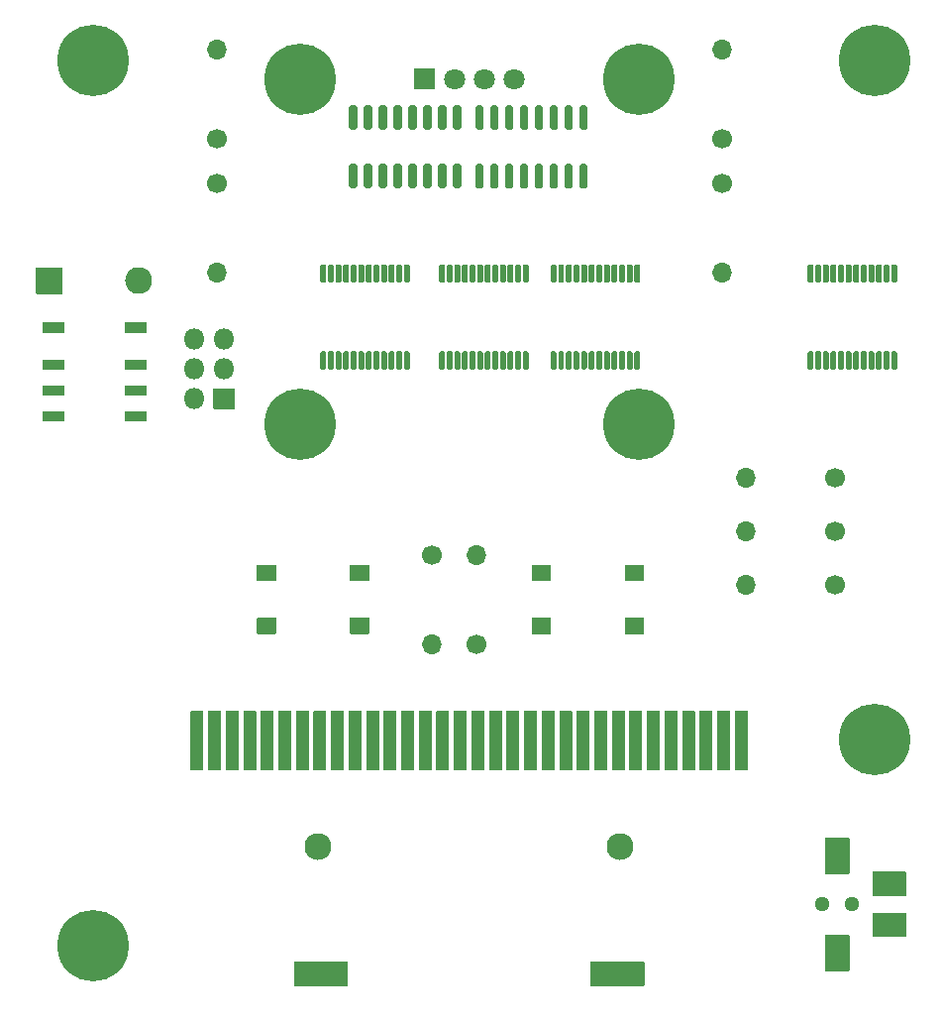
<source format=gbr>
%TF.GenerationSoftware,KiCad,Pcbnew,(5.1.7)-1*%
%TF.CreationDate,2021-08-17T05:12:29+02:00*%
%TF.ProjectId,dumper,64756d70-6572-42e6-9b69-6361645f7063,rev?*%
%TF.SameCoordinates,Original*%
%TF.FileFunction,Soldermask,Top*%
%TF.FilePolarity,Negative*%
%FSLAX46Y46*%
G04 Gerber Fmt 4.6, Leading zero omitted, Abs format (unit mm)*
G04 Created by KiCad (PCBNEW (5.1.7)-1) date 2021-08-17 05:12:29*
%MOMM*%
%LPD*%
G01*
G04 APERTURE LIST*
%ADD10C,6.100000*%
%ADD11C,1.800000*%
%ADD12O,2.300000X2.300000*%
%ADD13C,2.300000*%
%ADD14O,1.300000X1.300000*%
%ADD15O,1.700000X1.700000*%
%ADD16C,1.700000*%
%ADD17O,1.800000X1.800000*%
G04 APERTURE END LIST*
%TO.C,U6*%
G36*
G01*
X203856000Y-84205000D02*
X204106000Y-84205000D01*
G75*
G02*
X204231000Y-84330000I0J-125000D01*
G01*
X204231000Y-85655000D01*
G75*
G02*
X204106000Y-85780000I-125000J0D01*
G01*
X203856000Y-85780000D01*
G75*
G02*
X203731000Y-85655000I0J125000D01*
G01*
X203731000Y-84330000D01*
G75*
G02*
X203856000Y-84205000I125000J0D01*
G01*
G37*
G36*
G01*
X203206000Y-84205000D02*
X203456000Y-84205000D01*
G75*
G02*
X203581000Y-84330000I0J-125000D01*
G01*
X203581000Y-85655000D01*
G75*
G02*
X203456000Y-85780000I-125000J0D01*
G01*
X203206000Y-85780000D01*
G75*
G02*
X203081000Y-85655000I0J125000D01*
G01*
X203081000Y-84330000D01*
G75*
G02*
X203206000Y-84205000I125000J0D01*
G01*
G37*
G36*
G01*
X202556000Y-84205000D02*
X202806000Y-84205000D01*
G75*
G02*
X202931000Y-84330000I0J-125000D01*
G01*
X202931000Y-85655000D01*
G75*
G02*
X202806000Y-85780000I-125000J0D01*
G01*
X202556000Y-85780000D01*
G75*
G02*
X202431000Y-85655000I0J125000D01*
G01*
X202431000Y-84330000D01*
G75*
G02*
X202556000Y-84205000I125000J0D01*
G01*
G37*
G36*
G01*
X201906000Y-84205000D02*
X202156000Y-84205000D01*
G75*
G02*
X202281000Y-84330000I0J-125000D01*
G01*
X202281000Y-85655000D01*
G75*
G02*
X202156000Y-85780000I-125000J0D01*
G01*
X201906000Y-85780000D01*
G75*
G02*
X201781000Y-85655000I0J125000D01*
G01*
X201781000Y-84330000D01*
G75*
G02*
X201906000Y-84205000I125000J0D01*
G01*
G37*
G36*
G01*
X201256000Y-84205000D02*
X201506000Y-84205000D01*
G75*
G02*
X201631000Y-84330000I0J-125000D01*
G01*
X201631000Y-85655000D01*
G75*
G02*
X201506000Y-85780000I-125000J0D01*
G01*
X201256000Y-85780000D01*
G75*
G02*
X201131000Y-85655000I0J125000D01*
G01*
X201131000Y-84330000D01*
G75*
G02*
X201256000Y-84205000I125000J0D01*
G01*
G37*
G36*
G01*
X200606000Y-84205000D02*
X200856000Y-84205000D01*
G75*
G02*
X200981000Y-84330000I0J-125000D01*
G01*
X200981000Y-85655000D01*
G75*
G02*
X200856000Y-85780000I-125000J0D01*
G01*
X200606000Y-85780000D01*
G75*
G02*
X200481000Y-85655000I0J125000D01*
G01*
X200481000Y-84330000D01*
G75*
G02*
X200606000Y-84205000I125000J0D01*
G01*
G37*
G36*
G01*
X199956000Y-84205000D02*
X200206000Y-84205000D01*
G75*
G02*
X200331000Y-84330000I0J-125000D01*
G01*
X200331000Y-85655000D01*
G75*
G02*
X200206000Y-85780000I-125000J0D01*
G01*
X199956000Y-85780000D01*
G75*
G02*
X199831000Y-85655000I0J125000D01*
G01*
X199831000Y-84330000D01*
G75*
G02*
X199956000Y-84205000I125000J0D01*
G01*
G37*
G36*
G01*
X199306000Y-84205000D02*
X199556000Y-84205000D01*
G75*
G02*
X199681000Y-84330000I0J-125000D01*
G01*
X199681000Y-85655000D01*
G75*
G02*
X199556000Y-85780000I-125000J0D01*
G01*
X199306000Y-85780000D01*
G75*
G02*
X199181000Y-85655000I0J125000D01*
G01*
X199181000Y-84330000D01*
G75*
G02*
X199306000Y-84205000I125000J0D01*
G01*
G37*
G36*
G01*
X198656000Y-84205000D02*
X198906000Y-84205000D01*
G75*
G02*
X199031000Y-84330000I0J-125000D01*
G01*
X199031000Y-85655000D01*
G75*
G02*
X198906000Y-85780000I-125000J0D01*
G01*
X198656000Y-85780000D01*
G75*
G02*
X198531000Y-85655000I0J125000D01*
G01*
X198531000Y-84330000D01*
G75*
G02*
X198656000Y-84205000I125000J0D01*
G01*
G37*
G36*
G01*
X198006000Y-84205000D02*
X198256000Y-84205000D01*
G75*
G02*
X198381000Y-84330000I0J-125000D01*
G01*
X198381000Y-85655000D01*
G75*
G02*
X198256000Y-85780000I-125000J0D01*
G01*
X198006000Y-85780000D01*
G75*
G02*
X197881000Y-85655000I0J125000D01*
G01*
X197881000Y-84330000D01*
G75*
G02*
X198006000Y-84205000I125000J0D01*
G01*
G37*
G36*
G01*
X197356000Y-84205000D02*
X197606000Y-84205000D01*
G75*
G02*
X197731000Y-84330000I0J-125000D01*
G01*
X197731000Y-85655000D01*
G75*
G02*
X197606000Y-85780000I-125000J0D01*
G01*
X197356000Y-85780000D01*
G75*
G02*
X197231000Y-85655000I0J125000D01*
G01*
X197231000Y-84330000D01*
G75*
G02*
X197356000Y-84205000I125000J0D01*
G01*
G37*
G36*
G01*
X196706000Y-84205000D02*
X196956000Y-84205000D01*
G75*
G02*
X197081000Y-84330000I0J-125000D01*
G01*
X197081000Y-85655000D01*
G75*
G02*
X196956000Y-85780000I-125000J0D01*
G01*
X196706000Y-85780000D01*
G75*
G02*
X196581000Y-85655000I0J125000D01*
G01*
X196581000Y-84330000D01*
G75*
G02*
X196706000Y-84205000I125000J0D01*
G01*
G37*
G36*
G01*
X196706000Y-76780000D02*
X196956000Y-76780000D01*
G75*
G02*
X197081000Y-76905000I0J-125000D01*
G01*
X197081000Y-78230000D01*
G75*
G02*
X196956000Y-78355000I-125000J0D01*
G01*
X196706000Y-78355000D01*
G75*
G02*
X196581000Y-78230000I0J125000D01*
G01*
X196581000Y-76905000D01*
G75*
G02*
X196706000Y-76780000I125000J0D01*
G01*
G37*
G36*
G01*
X197356000Y-76780000D02*
X197606000Y-76780000D01*
G75*
G02*
X197731000Y-76905000I0J-125000D01*
G01*
X197731000Y-78230000D01*
G75*
G02*
X197606000Y-78355000I-125000J0D01*
G01*
X197356000Y-78355000D01*
G75*
G02*
X197231000Y-78230000I0J125000D01*
G01*
X197231000Y-76905000D01*
G75*
G02*
X197356000Y-76780000I125000J0D01*
G01*
G37*
G36*
G01*
X198006000Y-76780000D02*
X198256000Y-76780000D01*
G75*
G02*
X198381000Y-76905000I0J-125000D01*
G01*
X198381000Y-78230000D01*
G75*
G02*
X198256000Y-78355000I-125000J0D01*
G01*
X198006000Y-78355000D01*
G75*
G02*
X197881000Y-78230000I0J125000D01*
G01*
X197881000Y-76905000D01*
G75*
G02*
X198006000Y-76780000I125000J0D01*
G01*
G37*
G36*
G01*
X198656000Y-76780000D02*
X198906000Y-76780000D01*
G75*
G02*
X199031000Y-76905000I0J-125000D01*
G01*
X199031000Y-78230000D01*
G75*
G02*
X198906000Y-78355000I-125000J0D01*
G01*
X198656000Y-78355000D01*
G75*
G02*
X198531000Y-78230000I0J125000D01*
G01*
X198531000Y-76905000D01*
G75*
G02*
X198656000Y-76780000I125000J0D01*
G01*
G37*
G36*
G01*
X199306000Y-76780000D02*
X199556000Y-76780000D01*
G75*
G02*
X199681000Y-76905000I0J-125000D01*
G01*
X199681000Y-78230000D01*
G75*
G02*
X199556000Y-78355000I-125000J0D01*
G01*
X199306000Y-78355000D01*
G75*
G02*
X199181000Y-78230000I0J125000D01*
G01*
X199181000Y-76905000D01*
G75*
G02*
X199306000Y-76780000I125000J0D01*
G01*
G37*
G36*
G01*
X199956000Y-76780000D02*
X200206000Y-76780000D01*
G75*
G02*
X200331000Y-76905000I0J-125000D01*
G01*
X200331000Y-78230000D01*
G75*
G02*
X200206000Y-78355000I-125000J0D01*
G01*
X199956000Y-78355000D01*
G75*
G02*
X199831000Y-78230000I0J125000D01*
G01*
X199831000Y-76905000D01*
G75*
G02*
X199956000Y-76780000I125000J0D01*
G01*
G37*
G36*
G01*
X200606000Y-76780000D02*
X200856000Y-76780000D01*
G75*
G02*
X200981000Y-76905000I0J-125000D01*
G01*
X200981000Y-78230000D01*
G75*
G02*
X200856000Y-78355000I-125000J0D01*
G01*
X200606000Y-78355000D01*
G75*
G02*
X200481000Y-78230000I0J125000D01*
G01*
X200481000Y-76905000D01*
G75*
G02*
X200606000Y-76780000I125000J0D01*
G01*
G37*
G36*
G01*
X201256000Y-76780000D02*
X201506000Y-76780000D01*
G75*
G02*
X201631000Y-76905000I0J-125000D01*
G01*
X201631000Y-78230000D01*
G75*
G02*
X201506000Y-78355000I-125000J0D01*
G01*
X201256000Y-78355000D01*
G75*
G02*
X201131000Y-78230000I0J125000D01*
G01*
X201131000Y-76905000D01*
G75*
G02*
X201256000Y-76780000I125000J0D01*
G01*
G37*
G36*
G01*
X201906000Y-76780000D02*
X202156000Y-76780000D01*
G75*
G02*
X202281000Y-76905000I0J-125000D01*
G01*
X202281000Y-78230000D01*
G75*
G02*
X202156000Y-78355000I-125000J0D01*
G01*
X201906000Y-78355000D01*
G75*
G02*
X201781000Y-78230000I0J125000D01*
G01*
X201781000Y-76905000D01*
G75*
G02*
X201906000Y-76780000I125000J0D01*
G01*
G37*
G36*
G01*
X202556000Y-76780000D02*
X202806000Y-76780000D01*
G75*
G02*
X202931000Y-76905000I0J-125000D01*
G01*
X202931000Y-78230000D01*
G75*
G02*
X202806000Y-78355000I-125000J0D01*
G01*
X202556000Y-78355000D01*
G75*
G02*
X202431000Y-78230000I0J125000D01*
G01*
X202431000Y-76905000D01*
G75*
G02*
X202556000Y-76780000I125000J0D01*
G01*
G37*
G36*
G01*
X203206000Y-76780000D02*
X203456000Y-76780000D01*
G75*
G02*
X203581000Y-76905000I0J-125000D01*
G01*
X203581000Y-78230000D01*
G75*
G02*
X203456000Y-78355000I-125000J0D01*
G01*
X203206000Y-78355000D01*
G75*
G02*
X203081000Y-78230000I0J125000D01*
G01*
X203081000Y-76905000D01*
G75*
G02*
X203206000Y-76780000I125000J0D01*
G01*
G37*
G36*
G01*
X203856000Y-76780000D02*
X204106000Y-76780000D01*
G75*
G02*
X204231000Y-76905000I0J-125000D01*
G01*
X204231000Y-78230000D01*
G75*
G02*
X204106000Y-78355000I-125000J0D01*
G01*
X203856000Y-78355000D01*
G75*
G02*
X203731000Y-78230000I0J125000D01*
G01*
X203731000Y-76905000D01*
G75*
G02*
X203856000Y-76780000I125000J0D01*
G01*
G37*
%TD*%
D10*
%TO.C,REF\u002A\u002A*%
X202280000Y-117340000D03*
%TD*%
%TO.C,REF\u002A\u002A*%
X135540000Y-134970000D03*
%TD*%
%TO.C,REF\u002A\u002A*%
X135540000Y-59340000D03*
%TD*%
%TO.C,REF\u002A\u002A*%
X202280000Y-59340000D03*
%TD*%
D11*
%TO.C,A2*%
X171450000Y-60960000D03*
X168910000Y-60960000D03*
X166370000Y-60960000D03*
G36*
G01*
X162930000Y-61810000D02*
X162930000Y-60110000D01*
G75*
G02*
X162980000Y-60060000I50000J0D01*
G01*
X164680000Y-60060000D01*
G75*
G02*
X164730000Y-60110000I0J-50000D01*
G01*
X164730000Y-61810000D01*
G75*
G02*
X164680000Y-61860000I-50000J0D01*
G01*
X162980000Y-61860000D01*
G75*
G02*
X162930000Y-61810000I0J50000D01*
G01*
G37*
D10*
X182118000Y-60960000D03*
X153162000Y-90424000D03*
X182118000Y-90424000D03*
X153162000Y-60960000D03*
%TD*%
D12*
%TO.C,D1*%
X139382500Y-78176120D03*
G36*
G01*
X130612500Y-79276120D02*
X130612500Y-77076120D01*
G75*
G02*
X130662500Y-77026120I50000J0D01*
G01*
X132862500Y-77026120D01*
G75*
G02*
X132912500Y-77076120I0J-50000D01*
G01*
X132912500Y-79276120D01*
G75*
G02*
X132862500Y-79326120I-50000J0D01*
G01*
X130662500Y-79326120D01*
G75*
G02*
X130612500Y-79276120I0J50000D01*
G01*
G37*
%TD*%
D13*
%TO.C,J1*%
X180572040Y-126507240D03*
X154707960Y-126507240D03*
G36*
G01*
X157257960Y-136380800D02*
X157257960Y-138380800D01*
G75*
G02*
X157207960Y-138430800I-50000J0D01*
G01*
X152707960Y-138430800D01*
G75*
G02*
X152657960Y-138380800I0J50000D01*
G01*
X152657960Y-136380800D01*
G75*
G02*
X152707960Y-136330800I50000J0D01*
G01*
X157207960Y-136330800D01*
G75*
G02*
X157257960Y-136380800I0J-50000D01*
G01*
G37*
G36*
G01*
X182622040Y-136380800D02*
X182622040Y-138380800D01*
G75*
G02*
X182572040Y-138430800I-50000J0D01*
G01*
X178072040Y-138430800D01*
G75*
G02*
X178022040Y-138380800I0J50000D01*
G01*
X178022040Y-136380800D01*
G75*
G02*
X178072040Y-136330800I50000J0D01*
G01*
X182572040Y-136330800D01*
G75*
G02*
X182622040Y-136380800I0J-50000D01*
G01*
G37*
G36*
G01*
X191440000Y-114960000D02*
X191440000Y-119960000D01*
G75*
G02*
X191390000Y-120010000I-50000J0D01*
G01*
X190390000Y-120010000D01*
G75*
G02*
X190340000Y-119960000I0J50000D01*
G01*
X190340000Y-114960000D01*
G75*
G02*
X190390000Y-114910000I50000J0D01*
G01*
X191390000Y-114910000D01*
G75*
G02*
X191440000Y-114960000I0J-50000D01*
G01*
G37*
G36*
G01*
X170440000Y-114960000D02*
X170440000Y-119960000D01*
G75*
G02*
X170390000Y-120010000I-50000J0D01*
G01*
X169390000Y-120010000D01*
G75*
G02*
X169340000Y-119960000I0J50000D01*
G01*
X169340000Y-114960000D01*
G75*
G02*
X169390000Y-114910000I50000J0D01*
G01*
X170390000Y-114910000D01*
G75*
G02*
X170440000Y-114960000I0J-50000D01*
G01*
G37*
G36*
G01*
X189940000Y-114960000D02*
X189940000Y-119960000D01*
G75*
G02*
X189890000Y-120010000I-50000J0D01*
G01*
X188890000Y-120010000D01*
G75*
G02*
X188840000Y-119960000I0J50000D01*
G01*
X188840000Y-114960000D01*
G75*
G02*
X188890000Y-114910000I50000J0D01*
G01*
X189890000Y-114910000D01*
G75*
G02*
X189940000Y-114960000I0J-50000D01*
G01*
G37*
G36*
G01*
X188440000Y-114960000D02*
X188440000Y-119960000D01*
G75*
G02*
X188390000Y-120010000I-50000J0D01*
G01*
X187390000Y-120010000D01*
G75*
G02*
X187340000Y-119960000I0J50000D01*
G01*
X187340000Y-114960000D01*
G75*
G02*
X187390000Y-114910000I50000J0D01*
G01*
X188390000Y-114910000D01*
G75*
G02*
X188440000Y-114960000I0J-50000D01*
G01*
G37*
G36*
G01*
X186940000Y-114960000D02*
X186940000Y-119960000D01*
G75*
G02*
X186890000Y-120010000I-50000J0D01*
G01*
X185890000Y-120010000D01*
G75*
G02*
X185840000Y-119960000I0J50000D01*
G01*
X185840000Y-114960000D01*
G75*
G02*
X185890000Y-114910000I50000J0D01*
G01*
X186890000Y-114910000D01*
G75*
G02*
X186940000Y-114960000I0J-50000D01*
G01*
G37*
G36*
G01*
X185440000Y-114960000D02*
X185440000Y-119960000D01*
G75*
G02*
X185390000Y-120010000I-50000J0D01*
G01*
X184390000Y-120010000D01*
G75*
G02*
X184340000Y-119960000I0J50000D01*
G01*
X184340000Y-114960000D01*
G75*
G02*
X184390000Y-114910000I50000J0D01*
G01*
X185390000Y-114910000D01*
G75*
G02*
X185440000Y-114960000I0J-50000D01*
G01*
G37*
G36*
G01*
X183940000Y-114960000D02*
X183940000Y-119960000D01*
G75*
G02*
X183890000Y-120010000I-50000J0D01*
G01*
X182890000Y-120010000D01*
G75*
G02*
X182840000Y-119960000I0J50000D01*
G01*
X182840000Y-114960000D01*
G75*
G02*
X182890000Y-114910000I50000J0D01*
G01*
X183890000Y-114910000D01*
G75*
G02*
X183940000Y-114960000I0J-50000D01*
G01*
G37*
G36*
G01*
X182440000Y-114960000D02*
X182440000Y-119960000D01*
G75*
G02*
X182390000Y-120010000I-50000J0D01*
G01*
X181390000Y-120010000D01*
G75*
G02*
X181340000Y-119960000I0J50000D01*
G01*
X181340000Y-114960000D01*
G75*
G02*
X181390000Y-114910000I50000J0D01*
G01*
X182390000Y-114910000D01*
G75*
G02*
X182440000Y-114960000I0J-50000D01*
G01*
G37*
G36*
G01*
X180940000Y-114960000D02*
X180940000Y-119960000D01*
G75*
G02*
X180890000Y-120010000I-50000J0D01*
G01*
X179890000Y-120010000D01*
G75*
G02*
X179840000Y-119960000I0J50000D01*
G01*
X179840000Y-114960000D01*
G75*
G02*
X179890000Y-114910000I50000J0D01*
G01*
X180890000Y-114910000D01*
G75*
G02*
X180940000Y-114960000I0J-50000D01*
G01*
G37*
G36*
G01*
X179440000Y-114960000D02*
X179440000Y-119960000D01*
G75*
G02*
X179390000Y-120010000I-50000J0D01*
G01*
X178390000Y-120010000D01*
G75*
G02*
X178340000Y-119960000I0J50000D01*
G01*
X178340000Y-114960000D01*
G75*
G02*
X178390000Y-114910000I50000J0D01*
G01*
X179390000Y-114910000D01*
G75*
G02*
X179440000Y-114960000I0J-50000D01*
G01*
G37*
G36*
G01*
X177940000Y-114960000D02*
X177940000Y-119960000D01*
G75*
G02*
X177890000Y-120010000I-50000J0D01*
G01*
X176890000Y-120010000D01*
G75*
G02*
X176840000Y-119960000I0J50000D01*
G01*
X176840000Y-114960000D01*
G75*
G02*
X176890000Y-114910000I50000J0D01*
G01*
X177890000Y-114910000D01*
G75*
G02*
X177940000Y-114960000I0J-50000D01*
G01*
G37*
G36*
G01*
X176440000Y-114960000D02*
X176440000Y-119960000D01*
G75*
G02*
X176390000Y-120010000I-50000J0D01*
G01*
X175390000Y-120010000D01*
G75*
G02*
X175340000Y-119960000I0J50000D01*
G01*
X175340000Y-114960000D01*
G75*
G02*
X175390000Y-114910000I50000J0D01*
G01*
X176390000Y-114910000D01*
G75*
G02*
X176440000Y-114960000I0J-50000D01*
G01*
G37*
G36*
G01*
X174940000Y-114960000D02*
X174940000Y-119960000D01*
G75*
G02*
X174890000Y-120010000I-50000J0D01*
G01*
X173890000Y-120010000D01*
G75*
G02*
X173840000Y-119960000I0J50000D01*
G01*
X173840000Y-114960000D01*
G75*
G02*
X173890000Y-114910000I50000J0D01*
G01*
X174890000Y-114910000D01*
G75*
G02*
X174940000Y-114960000I0J-50000D01*
G01*
G37*
G36*
G01*
X173440000Y-114960000D02*
X173440000Y-119960000D01*
G75*
G02*
X173390000Y-120010000I-50000J0D01*
G01*
X172390000Y-120010000D01*
G75*
G02*
X172340000Y-119960000I0J50000D01*
G01*
X172340000Y-114960000D01*
G75*
G02*
X172390000Y-114910000I50000J0D01*
G01*
X173390000Y-114910000D01*
G75*
G02*
X173440000Y-114960000I0J-50000D01*
G01*
G37*
G36*
G01*
X171940000Y-114960000D02*
X171940000Y-119960000D01*
G75*
G02*
X171890000Y-120010000I-50000J0D01*
G01*
X170890000Y-120010000D01*
G75*
G02*
X170840000Y-119960000I0J50000D01*
G01*
X170840000Y-114960000D01*
G75*
G02*
X170890000Y-114910000I50000J0D01*
G01*
X171890000Y-114910000D01*
G75*
G02*
X171940000Y-114960000I0J-50000D01*
G01*
G37*
G36*
G01*
X168940000Y-114960000D02*
X168940000Y-119960000D01*
G75*
G02*
X168890000Y-120010000I-50000J0D01*
G01*
X167890000Y-120010000D01*
G75*
G02*
X167840000Y-119960000I0J50000D01*
G01*
X167840000Y-114960000D01*
G75*
G02*
X167890000Y-114910000I50000J0D01*
G01*
X168890000Y-114910000D01*
G75*
G02*
X168940000Y-114960000I0J-50000D01*
G01*
G37*
G36*
G01*
X167440000Y-114960000D02*
X167440000Y-119960000D01*
G75*
G02*
X167390000Y-120010000I-50000J0D01*
G01*
X166390000Y-120010000D01*
G75*
G02*
X166340000Y-119960000I0J50000D01*
G01*
X166340000Y-114960000D01*
G75*
G02*
X166390000Y-114910000I50000J0D01*
G01*
X167390000Y-114910000D01*
G75*
G02*
X167440000Y-114960000I0J-50000D01*
G01*
G37*
G36*
G01*
X165940000Y-114960000D02*
X165940000Y-119960000D01*
G75*
G02*
X165890000Y-120010000I-50000J0D01*
G01*
X164890000Y-120010000D01*
G75*
G02*
X164840000Y-119960000I0J50000D01*
G01*
X164840000Y-114960000D01*
G75*
G02*
X164890000Y-114910000I50000J0D01*
G01*
X165890000Y-114910000D01*
G75*
G02*
X165940000Y-114960000I0J-50000D01*
G01*
G37*
G36*
G01*
X164440000Y-114960000D02*
X164440000Y-119960000D01*
G75*
G02*
X164390000Y-120010000I-50000J0D01*
G01*
X163390000Y-120010000D01*
G75*
G02*
X163340000Y-119960000I0J50000D01*
G01*
X163340000Y-114960000D01*
G75*
G02*
X163390000Y-114910000I50000J0D01*
G01*
X164390000Y-114910000D01*
G75*
G02*
X164440000Y-114960000I0J-50000D01*
G01*
G37*
G36*
G01*
X162940000Y-114960000D02*
X162940000Y-119960000D01*
G75*
G02*
X162890000Y-120010000I-50000J0D01*
G01*
X161890000Y-120010000D01*
G75*
G02*
X161840000Y-119960000I0J50000D01*
G01*
X161840000Y-114960000D01*
G75*
G02*
X161890000Y-114910000I50000J0D01*
G01*
X162890000Y-114910000D01*
G75*
G02*
X162940000Y-114960000I0J-50000D01*
G01*
G37*
G36*
G01*
X161440000Y-114960000D02*
X161440000Y-119960000D01*
G75*
G02*
X161390000Y-120010000I-50000J0D01*
G01*
X160390000Y-120010000D01*
G75*
G02*
X160340000Y-119960000I0J50000D01*
G01*
X160340000Y-114960000D01*
G75*
G02*
X160390000Y-114910000I50000J0D01*
G01*
X161390000Y-114910000D01*
G75*
G02*
X161440000Y-114960000I0J-50000D01*
G01*
G37*
G36*
G01*
X159940000Y-114960000D02*
X159940000Y-119960000D01*
G75*
G02*
X159890000Y-120010000I-50000J0D01*
G01*
X158890000Y-120010000D01*
G75*
G02*
X158840000Y-119960000I0J50000D01*
G01*
X158840000Y-114960000D01*
G75*
G02*
X158890000Y-114910000I50000J0D01*
G01*
X159890000Y-114910000D01*
G75*
G02*
X159940000Y-114960000I0J-50000D01*
G01*
G37*
G36*
G01*
X158440000Y-114960000D02*
X158440000Y-119960000D01*
G75*
G02*
X158390000Y-120010000I-50000J0D01*
G01*
X157390000Y-120010000D01*
G75*
G02*
X157340000Y-119960000I0J50000D01*
G01*
X157340000Y-114960000D01*
G75*
G02*
X157390000Y-114910000I50000J0D01*
G01*
X158390000Y-114910000D01*
G75*
G02*
X158440000Y-114960000I0J-50000D01*
G01*
G37*
G36*
G01*
X156940000Y-114960000D02*
X156940000Y-119960000D01*
G75*
G02*
X156890000Y-120010000I-50000J0D01*
G01*
X155890000Y-120010000D01*
G75*
G02*
X155840000Y-119960000I0J50000D01*
G01*
X155840000Y-114960000D01*
G75*
G02*
X155890000Y-114910000I50000J0D01*
G01*
X156890000Y-114910000D01*
G75*
G02*
X156940000Y-114960000I0J-50000D01*
G01*
G37*
G36*
G01*
X155440000Y-114960000D02*
X155440000Y-119960000D01*
G75*
G02*
X155390000Y-120010000I-50000J0D01*
G01*
X154390000Y-120010000D01*
G75*
G02*
X154340000Y-119960000I0J50000D01*
G01*
X154340000Y-114960000D01*
G75*
G02*
X154390000Y-114910000I50000J0D01*
G01*
X155390000Y-114910000D01*
G75*
G02*
X155440000Y-114960000I0J-50000D01*
G01*
G37*
G36*
G01*
X153940000Y-114960000D02*
X153940000Y-119960000D01*
G75*
G02*
X153890000Y-120010000I-50000J0D01*
G01*
X152890000Y-120010000D01*
G75*
G02*
X152840000Y-119960000I0J50000D01*
G01*
X152840000Y-114960000D01*
G75*
G02*
X152890000Y-114910000I50000J0D01*
G01*
X153890000Y-114910000D01*
G75*
G02*
X153940000Y-114960000I0J-50000D01*
G01*
G37*
G36*
G01*
X152440000Y-114960000D02*
X152440000Y-119960000D01*
G75*
G02*
X152390000Y-120010000I-50000J0D01*
G01*
X151390000Y-120010000D01*
G75*
G02*
X151340000Y-119960000I0J50000D01*
G01*
X151340000Y-114960000D01*
G75*
G02*
X151390000Y-114910000I50000J0D01*
G01*
X152390000Y-114910000D01*
G75*
G02*
X152440000Y-114960000I0J-50000D01*
G01*
G37*
G36*
G01*
X150940000Y-114960000D02*
X150940000Y-119960000D01*
G75*
G02*
X150890000Y-120010000I-50000J0D01*
G01*
X149890000Y-120010000D01*
G75*
G02*
X149840000Y-119960000I0J50000D01*
G01*
X149840000Y-114960000D01*
G75*
G02*
X149890000Y-114910000I50000J0D01*
G01*
X150890000Y-114910000D01*
G75*
G02*
X150940000Y-114960000I0J-50000D01*
G01*
G37*
G36*
G01*
X149440000Y-114960000D02*
X149440000Y-119960000D01*
G75*
G02*
X149390000Y-120010000I-50000J0D01*
G01*
X148390000Y-120010000D01*
G75*
G02*
X148340000Y-119960000I0J50000D01*
G01*
X148340000Y-114960000D01*
G75*
G02*
X148390000Y-114910000I50000J0D01*
G01*
X149390000Y-114910000D01*
G75*
G02*
X149440000Y-114960000I0J-50000D01*
G01*
G37*
G36*
G01*
X147940000Y-114960000D02*
X147940000Y-119960000D01*
G75*
G02*
X147890000Y-120010000I-50000J0D01*
G01*
X146890000Y-120010000D01*
G75*
G02*
X146840000Y-119960000I0J50000D01*
G01*
X146840000Y-114960000D01*
G75*
G02*
X146890000Y-114910000I50000J0D01*
G01*
X147890000Y-114910000D01*
G75*
G02*
X147940000Y-114960000I0J-50000D01*
G01*
G37*
G36*
G01*
X146440000Y-114960000D02*
X146440000Y-119960000D01*
G75*
G02*
X146390000Y-120010000I-50000J0D01*
G01*
X145390000Y-120010000D01*
G75*
G02*
X145340000Y-119960000I0J50000D01*
G01*
X145340000Y-114960000D01*
G75*
G02*
X145390000Y-114910000I50000J0D01*
G01*
X146390000Y-114910000D01*
G75*
G02*
X146440000Y-114960000I0J-50000D01*
G01*
G37*
G36*
G01*
X144940000Y-114960000D02*
X144940000Y-119960000D01*
G75*
G02*
X144890000Y-120010000I-50000J0D01*
G01*
X143890000Y-120010000D01*
G75*
G02*
X143840000Y-119960000I0J50000D01*
G01*
X143840000Y-114960000D01*
G75*
G02*
X143890000Y-114910000I50000J0D01*
G01*
X144890000Y-114910000D01*
G75*
G02*
X144940000Y-114960000I0J-50000D01*
G01*
G37*
%TD*%
%TO.C,U5*%
G36*
G01*
X162200000Y-84205000D02*
X162450000Y-84205000D01*
G75*
G02*
X162575000Y-84330000I0J-125000D01*
G01*
X162575000Y-85655000D01*
G75*
G02*
X162450000Y-85780000I-125000J0D01*
G01*
X162200000Y-85780000D01*
G75*
G02*
X162075000Y-85655000I0J125000D01*
G01*
X162075000Y-84330000D01*
G75*
G02*
X162200000Y-84205000I125000J0D01*
G01*
G37*
G36*
G01*
X161550000Y-84205000D02*
X161800000Y-84205000D01*
G75*
G02*
X161925000Y-84330000I0J-125000D01*
G01*
X161925000Y-85655000D01*
G75*
G02*
X161800000Y-85780000I-125000J0D01*
G01*
X161550000Y-85780000D01*
G75*
G02*
X161425000Y-85655000I0J125000D01*
G01*
X161425000Y-84330000D01*
G75*
G02*
X161550000Y-84205000I125000J0D01*
G01*
G37*
G36*
G01*
X160900000Y-84205000D02*
X161150000Y-84205000D01*
G75*
G02*
X161275000Y-84330000I0J-125000D01*
G01*
X161275000Y-85655000D01*
G75*
G02*
X161150000Y-85780000I-125000J0D01*
G01*
X160900000Y-85780000D01*
G75*
G02*
X160775000Y-85655000I0J125000D01*
G01*
X160775000Y-84330000D01*
G75*
G02*
X160900000Y-84205000I125000J0D01*
G01*
G37*
G36*
G01*
X160250000Y-84205000D02*
X160500000Y-84205000D01*
G75*
G02*
X160625000Y-84330000I0J-125000D01*
G01*
X160625000Y-85655000D01*
G75*
G02*
X160500000Y-85780000I-125000J0D01*
G01*
X160250000Y-85780000D01*
G75*
G02*
X160125000Y-85655000I0J125000D01*
G01*
X160125000Y-84330000D01*
G75*
G02*
X160250000Y-84205000I125000J0D01*
G01*
G37*
G36*
G01*
X159600000Y-84205000D02*
X159850000Y-84205000D01*
G75*
G02*
X159975000Y-84330000I0J-125000D01*
G01*
X159975000Y-85655000D01*
G75*
G02*
X159850000Y-85780000I-125000J0D01*
G01*
X159600000Y-85780000D01*
G75*
G02*
X159475000Y-85655000I0J125000D01*
G01*
X159475000Y-84330000D01*
G75*
G02*
X159600000Y-84205000I125000J0D01*
G01*
G37*
G36*
G01*
X158950000Y-84205000D02*
X159200000Y-84205000D01*
G75*
G02*
X159325000Y-84330000I0J-125000D01*
G01*
X159325000Y-85655000D01*
G75*
G02*
X159200000Y-85780000I-125000J0D01*
G01*
X158950000Y-85780000D01*
G75*
G02*
X158825000Y-85655000I0J125000D01*
G01*
X158825000Y-84330000D01*
G75*
G02*
X158950000Y-84205000I125000J0D01*
G01*
G37*
G36*
G01*
X158300000Y-84205000D02*
X158550000Y-84205000D01*
G75*
G02*
X158675000Y-84330000I0J-125000D01*
G01*
X158675000Y-85655000D01*
G75*
G02*
X158550000Y-85780000I-125000J0D01*
G01*
X158300000Y-85780000D01*
G75*
G02*
X158175000Y-85655000I0J125000D01*
G01*
X158175000Y-84330000D01*
G75*
G02*
X158300000Y-84205000I125000J0D01*
G01*
G37*
G36*
G01*
X157650000Y-84205000D02*
X157900000Y-84205000D01*
G75*
G02*
X158025000Y-84330000I0J-125000D01*
G01*
X158025000Y-85655000D01*
G75*
G02*
X157900000Y-85780000I-125000J0D01*
G01*
X157650000Y-85780000D01*
G75*
G02*
X157525000Y-85655000I0J125000D01*
G01*
X157525000Y-84330000D01*
G75*
G02*
X157650000Y-84205000I125000J0D01*
G01*
G37*
G36*
G01*
X157000000Y-84205000D02*
X157250000Y-84205000D01*
G75*
G02*
X157375000Y-84330000I0J-125000D01*
G01*
X157375000Y-85655000D01*
G75*
G02*
X157250000Y-85780000I-125000J0D01*
G01*
X157000000Y-85780000D01*
G75*
G02*
X156875000Y-85655000I0J125000D01*
G01*
X156875000Y-84330000D01*
G75*
G02*
X157000000Y-84205000I125000J0D01*
G01*
G37*
G36*
G01*
X156350000Y-84205000D02*
X156600000Y-84205000D01*
G75*
G02*
X156725000Y-84330000I0J-125000D01*
G01*
X156725000Y-85655000D01*
G75*
G02*
X156600000Y-85780000I-125000J0D01*
G01*
X156350000Y-85780000D01*
G75*
G02*
X156225000Y-85655000I0J125000D01*
G01*
X156225000Y-84330000D01*
G75*
G02*
X156350000Y-84205000I125000J0D01*
G01*
G37*
G36*
G01*
X155700000Y-84205000D02*
X155950000Y-84205000D01*
G75*
G02*
X156075000Y-84330000I0J-125000D01*
G01*
X156075000Y-85655000D01*
G75*
G02*
X155950000Y-85780000I-125000J0D01*
G01*
X155700000Y-85780000D01*
G75*
G02*
X155575000Y-85655000I0J125000D01*
G01*
X155575000Y-84330000D01*
G75*
G02*
X155700000Y-84205000I125000J0D01*
G01*
G37*
G36*
G01*
X155050000Y-84205000D02*
X155300000Y-84205000D01*
G75*
G02*
X155425000Y-84330000I0J-125000D01*
G01*
X155425000Y-85655000D01*
G75*
G02*
X155300000Y-85780000I-125000J0D01*
G01*
X155050000Y-85780000D01*
G75*
G02*
X154925000Y-85655000I0J125000D01*
G01*
X154925000Y-84330000D01*
G75*
G02*
X155050000Y-84205000I125000J0D01*
G01*
G37*
G36*
G01*
X155050000Y-76780000D02*
X155300000Y-76780000D01*
G75*
G02*
X155425000Y-76905000I0J-125000D01*
G01*
X155425000Y-78230000D01*
G75*
G02*
X155300000Y-78355000I-125000J0D01*
G01*
X155050000Y-78355000D01*
G75*
G02*
X154925000Y-78230000I0J125000D01*
G01*
X154925000Y-76905000D01*
G75*
G02*
X155050000Y-76780000I125000J0D01*
G01*
G37*
G36*
G01*
X155700000Y-76780000D02*
X155950000Y-76780000D01*
G75*
G02*
X156075000Y-76905000I0J-125000D01*
G01*
X156075000Y-78230000D01*
G75*
G02*
X155950000Y-78355000I-125000J0D01*
G01*
X155700000Y-78355000D01*
G75*
G02*
X155575000Y-78230000I0J125000D01*
G01*
X155575000Y-76905000D01*
G75*
G02*
X155700000Y-76780000I125000J0D01*
G01*
G37*
G36*
G01*
X156350000Y-76780000D02*
X156600000Y-76780000D01*
G75*
G02*
X156725000Y-76905000I0J-125000D01*
G01*
X156725000Y-78230000D01*
G75*
G02*
X156600000Y-78355000I-125000J0D01*
G01*
X156350000Y-78355000D01*
G75*
G02*
X156225000Y-78230000I0J125000D01*
G01*
X156225000Y-76905000D01*
G75*
G02*
X156350000Y-76780000I125000J0D01*
G01*
G37*
G36*
G01*
X157000000Y-76780000D02*
X157250000Y-76780000D01*
G75*
G02*
X157375000Y-76905000I0J-125000D01*
G01*
X157375000Y-78230000D01*
G75*
G02*
X157250000Y-78355000I-125000J0D01*
G01*
X157000000Y-78355000D01*
G75*
G02*
X156875000Y-78230000I0J125000D01*
G01*
X156875000Y-76905000D01*
G75*
G02*
X157000000Y-76780000I125000J0D01*
G01*
G37*
G36*
G01*
X157650000Y-76780000D02*
X157900000Y-76780000D01*
G75*
G02*
X158025000Y-76905000I0J-125000D01*
G01*
X158025000Y-78230000D01*
G75*
G02*
X157900000Y-78355000I-125000J0D01*
G01*
X157650000Y-78355000D01*
G75*
G02*
X157525000Y-78230000I0J125000D01*
G01*
X157525000Y-76905000D01*
G75*
G02*
X157650000Y-76780000I125000J0D01*
G01*
G37*
G36*
G01*
X158300000Y-76780000D02*
X158550000Y-76780000D01*
G75*
G02*
X158675000Y-76905000I0J-125000D01*
G01*
X158675000Y-78230000D01*
G75*
G02*
X158550000Y-78355000I-125000J0D01*
G01*
X158300000Y-78355000D01*
G75*
G02*
X158175000Y-78230000I0J125000D01*
G01*
X158175000Y-76905000D01*
G75*
G02*
X158300000Y-76780000I125000J0D01*
G01*
G37*
G36*
G01*
X158950000Y-76780000D02*
X159200000Y-76780000D01*
G75*
G02*
X159325000Y-76905000I0J-125000D01*
G01*
X159325000Y-78230000D01*
G75*
G02*
X159200000Y-78355000I-125000J0D01*
G01*
X158950000Y-78355000D01*
G75*
G02*
X158825000Y-78230000I0J125000D01*
G01*
X158825000Y-76905000D01*
G75*
G02*
X158950000Y-76780000I125000J0D01*
G01*
G37*
G36*
G01*
X159600000Y-76780000D02*
X159850000Y-76780000D01*
G75*
G02*
X159975000Y-76905000I0J-125000D01*
G01*
X159975000Y-78230000D01*
G75*
G02*
X159850000Y-78355000I-125000J0D01*
G01*
X159600000Y-78355000D01*
G75*
G02*
X159475000Y-78230000I0J125000D01*
G01*
X159475000Y-76905000D01*
G75*
G02*
X159600000Y-76780000I125000J0D01*
G01*
G37*
G36*
G01*
X160250000Y-76780000D02*
X160500000Y-76780000D01*
G75*
G02*
X160625000Y-76905000I0J-125000D01*
G01*
X160625000Y-78230000D01*
G75*
G02*
X160500000Y-78355000I-125000J0D01*
G01*
X160250000Y-78355000D01*
G75*
G02*
X160125000Y-78230000I0J125000D01*
G01*
X160125000Y-76905000D01*
G75*
G02*
X160250000Y-76780000I125000J0D01*
G01*
G37*
G36*
G01*
X160900000Y-76780000D02*
X161150000Y-76780000D01*
G75*
G02*
X161275000Y-76905000I0J-125000D01*
G01*
X161275000Y-78230000D01*
G75*
G02*
X161150000Y-78355000I-125000J0D01*
G01*
X160900000Y-78355000D01*
G75*
G02*
X160775000Y-78230000I0J125000D01*
G01*
X160775000Y-76905000D01*
G75*
G02*
X160900000Y-76780000I125000J0D01*
G01*
G37*
G36*
G01*
X161550000Y-76780000D02*
X161800000Y-76780000D01*
G75*
G02*
X161925000Y-76905000I0J-125000D01*
G01*
X161925000Y-78230000D01*
G75*
G02*
X161800000Y-78355000I-125000J0D01*
G01*
X161550000Y-78355000D01*
G75*
G02*
X161425000Y-78230000I0J125000D01*
G01*
X161425000Y-76905000D01*
G75*
G02*
X161550000Y-76780000I125000J0D01*
G01*
G37*
G36*
G01*
X162200000Y-76780000D02*
X162450000Y-76780000D01*
G75*
G02*
X162575000Y-76905000I0J-125000D01*
G01*
X162575000Y-78230000D01*
G75*
G02*
X162450000Y-78355000I-125000J0D01*
G01*
X162200000Y-78355000D01*
G75*
G02*
X162075000Y-78230000I0J125000D01*
G01*
X162075000Y-76905000D01*
G75*
G02*
X162200000Y-76780000I125000J0D01*
G01*
G37*
%TD*%
%TO.C,U4*%
G36*
G01*
X172360000Y-84205000D02*
X172610000Y-84205000D01*
G75*
G02*
X172735000Y-84330000I0J-125000D01*
G01*
X172735000Y-85655000D01*
G75*
G02*
X172610000Y-85780000I-125000J0D01*
G01*
X172360000Y-85780000D01*
G75*
G02*
X172235000Y-85655000I0J125000D01*
G01*
X172235000Y-84330000D01*
G75*
G02*
X172360000Y-84205000I125000J0D01*
G01*
G37*
G36*
G01*
X171710000Y-84205000D02*
X171960000Y-84205000D01*
G75*
G02*
X172085000Y-84330000I0J-125000D01*
G01*
X172085000Y-85655000D01*
G75*
G02*
X171960000Y-85780000I-125000J0D01*
G01*
X171710000Y-85780000D01*
G75*
G02*
X171585000Y-85655000I0J125000D01*
G01*
X171585000Y-84330000D01*
G75*
G02*
X171710000Y-84205000I125000J0D01*
G01*
G37*
G36*
G01*
X171060000Y-84205000D02*
X171310000Y-84205000D01*
G75*
G02*
X171435000Y-84330000I0J-125000D01*
G01*
X171435000Y-85655000D01*
G75*
G02*
X171310000Y-85780000I-125000J0D01*
G01*
X171060000Y-85780000D01*
G75*
G02*
X170935000Y-85655000I0J125000D01*
G01*
X170935000Y-84330000D01*
G75*
G02*
X171060000Y-84205000I125000J0D01*
G01*
G37*
G36*
G01*
X170410000Y-84205000D02*
X170660000Y-84205000D01*
G75*
G02*
X170785000Y-84330000I0J-125000D01*
G01*
X170785000Y-85655000D01*
G75*
G02*
X170660000Y-85780000I-125000J0D01*
G01*
X170410000Y-85780000D01*
G75*
G02*
X170285000Y-85655000I0J125000D01*
G01*
X170285000Y-84330000D01*
G75*
G02*
X170410000Y-84205000I125000J0D01*
G01*
G37*
G36*
G01*
X169760000Y-84205000D02*
X170010000Y-84205000D01*
G75*
G02*
X170135000Y-84330000I0J-125000D01*
G01*
X170135000Y-85655000D01*
G75*
G02*
X170010000Y-85780000I-125000J0D01*
G01*
X169760000Y-85780000D01*
G75*
G02*
X169635000Y-85655000I0J125000D01*
G01*
X169635000Y-84330000D01*
G75*
G02*
X169760000Y-84205000I125000J0D01*
G01*
G37*
G36*
G01*
X169110000Y-84205000D02*
X169360000Y-84205000D01*
G75*
G02*
X169485000Y-84330000I0J-125000D01*
G01*
X169485000Y-85655000D01*
G75*
G02*
X169360000Y-85780000I-125000J0D01*
G01*
X169110000Y-85780000D01*
G75*
G02*
X168985000Y-85655000I0J125000D01*
G01*
X168985000Y-84330000D01*
G75*
G02*
X169110000Y-84205000I125000J0D01*
G01*
G37*
G36*
G01*
X168460000Y-84205000D02*
X168710000Y-84205000D01*
G75*
G02*
X168835000Y-84330000I0J-125000D01*
G01*
X168835000Y-85655000D01*
G75*
G02*
X168710000Y-85780000I-125000J0D01*
G01*
X168460000Y-85780000D01*
G75*
G02*
X168335000Y-85655000I0J125000D01*
G01*
X168335000Y-84330000D01*
G75*
G02*
X168460000Y-84205000I125000J0D01*
G01*
G37*
G36*
G01*
X167810000Y-84205000D02*
X168060000Y-84205000D01*
G75*
G02*
X168185000Y-84330000I0J-125000D01*
G01*
X168185000Y-85655000D01*
G75*
G02*
X168060000Y-85780000I-125000J0D01*
G01*
X167810000Y-85780000D01*
G75*
G02*
X167685000Y-85655000I0J125000D01*
G01*
X167685000Y-84330000D01*
G75*
G02*
X167810000Y-84205000I125000J0D01*
G01*
G37*
G36*
G01*
X167160000Y-84205000D02*
X167410000Y-84205000D01*
G75*
G02*
X167535000Y-84330000I0J-125000D01*
G01*
X167535000Y-85655000D01*
G75*
G02*
X167410000Y-85780000I-125000J0D01*
G01*
X167160000Y-85780000D01*
G75*
G02*
X167035000Y-85655000I0J125000D01*
G01*
X167035000Y-84330000D01*
G75*
G02*
X167160000Y-84205000I125000J0D01*
G01*
G37*
G36*
G01*
X166510000Y-84205000D02*
X166760000Y-84205000D01*
G75*
G02*
X166885000Y-84330000I0J-125000D01*
G01*
X166885000Y-85655000D01*
G75*
G02*
X166760000Y-85780000I-125000J0D01*
G01*
X166510000Y-85780000D01*
G75*
G02*
X166385000Y-85655000I0J125000D01*
G01*
X166385000Y-84330000D01*
G75*
G02*
X166510000Y-84205000I125000J0D01*
G01*
G37*
G36*
G01*
X165860000Y-84205000D02*
X166110000Y-84205000D01*
G75*
G02*
X166235000Y-84330000I0J-125000D01*
G01*
X166235000Y-85655000D01*
G75*
G02*
X166110000Y-85780000I-125000J0D01*
G01*
X165860000Y-85780000D01*
G75*
G02*
X165735000Y-85655000I0J125000D01*
G01*
X165735000Y-84330000D01*
G75*
G02*
X165860000Y-84205000I125000J0D01*
G01*
G37*
G36*
G01*
X165210000Y-84205000D02*
X165460000Y-84205000D01*
G75*
G02*
X165585000Y-84330000I0J-125000D01*
G01*
X165585000Y-85655000D01*
G75*
G02*
X165460000Y-85780000I-125000J0D01*
G01*
X165210000Y-85780000D01*
G75*
G02*
X165085000Y-85655000I0J125000D01*
G01*
X165085000Y-84330000D01*
G75*
G02*
X165210000Y-84205000I125000J0D01*
G01*
G37*
G36*
G01*
X165210000Y-76780000D02*
X165460000Y-76780000D01*
G75*
G02*
X165585000Y-76905000I0J-125000D01*
G01*
X165585000Y-78230000D01*
G75*
G02*
X165460000Y-78355000I-125000J0D01*
G01*
X165210000Y-78355000D01*
G75*
G02*
X165085000Y-78230000I0J125000D01*
G01*
X165085000Y-76905000D01*
G75*
G02*
X165210000Y-76780000I125000J0D01*
G01*
G37*
G36*
G01*
X165860000Y-76780000D02*
X166110000Y-76780000D01*
G75*
G02*
X166235000Y-76905000I0J-125000D01*
G01*
X166235000Y-78230000D01*
G75*
G02*
X166110000Y-78355000I-125000J0D01*
G01*
X165860000Y-78355000D01*
G75*
G02*
X165735000Y-78230000I0J125000D01*
G01*
X165735000Y-76905000D01*
G75*
G02*
X165860000Y-76780000I125000J0D01*
G01*
G37*
G36*
G01*
X166510000Y-76780000D02*
X166760000Y-76780000D01*
G75*
G02*
X166885000Y-76905000I0J-125000D01*
G01*
X166885000Y-78230000D01*
G75*
G02*
X166760000Y-78355000I-125000J0D01*
G01*
X166510000Y-78355000D01*
G75*
G02*
X166385000Y-78230000I0J125000D01*
G01*
X166385000Y-76905000D01*
G75*
G02*
X166510000Y-76780000I125000J0D01*
G01*
G37*
G36*
G01*
X167160000Y-76780000D02*
X167410000Y-76780000D01*
G75*
G02*
X167535000Y-76905000I0J-125000D01*
G01*
X167535000Y-78230000D01*
G75*
G02*
X167410000Y-78355000I-125000J0D01*
G01*
X167160000Y-78355000D01*
G75*
G02*
X167035000Y-78230000I0J125000D01*
G01*
X167035000Y-76905000D01*
G75*
G02*
X167160000Y-76780000I125000J0D01*
G01*
G37*
G36*
G01*
X167810000Y-76780000D02*
X168060000Y-76780000D01*
G75*
G02*
X168185000Y-76905000I0J-125000D01*
G01*
X168185000Y-78230000D01*
G75*
G02*
X168060000Y-78355000I-125000J0D01*
G01*
X167810000Y-78355000D01*
G75*
G02*
X167685000Y-78230000I0J125000D01*
G01*
X167685000Y-76905000D01*
G75*
G02*
X167810000Y-76780000I125000J0D01*
G01*
G37*
G36*
G01*
X168460000Y-76780000D02*
X168710000Y-76780000D01*
G75*
G02*
X168835000Y-76905000I0J-125000D01*
G01*
X168835000Y-78230000D01*
G75*
G02*
X168710000Y-78355000I-125000J0D01*
G01*
X168460000Y-78355000D01*
G75*
G02*
X168335000Y-78230000I0J125000D01*
G01*
X168335000Y-76905000D01*
G75*
G02*
X168460000Y-76780000I125000J0D01*
G01*
G37*
G36*
G01*
X169110000Y-76780000D02*
X169360000Y-76780000D01*
G75*
G02*
X169485000Y-76905000I0J-125000D01*
G01*
X169485000Y-78230000D01*
G75*
G02*
X169360000Y-78355000I-125000J0D01*
G01*
X169110000Y-78355000D01*
G75*
G02*
X168985000Y-78230000I0J125000D01*
G01*
X168985000Y-76905000D01*
G75*
G02*
X169110000Y-76780000I125000J0D01*
G01*
G37*
G36*
G01*
X169760000Y-76780000D02*
X170010000Y-76780000D01*
G75*
G02*
X170135000Y-76905000I0J-125000D01*
G01*
X170135000Y-78230000D01*
G75*
G02*
X170010000Y-78355000I-125000J0D01*
G01*
X169760000Y-78355000D01*
G75*
G02*
X169635000Y-78230000I0J125000D01*
G01*
X169635000Y-76905000D01*
G75*
G02*
X169760000Y-76780000I125000J0D01*
G01*
G37*
G36*
G01*
X170410000Y-76780000D02*
X170660000Y-76780000D01*
G75*
G02*
X170785000Y-76905000I0J-125000D01*
G01*
X170785000Y-78230000D01*
G75*
G02*
X170660000Y-78355000I-125000J0D01*
G01*
X170410000Y-78355000D01*
G75*
G02*
X170285000Y-78230000I0J125000D01*
G01*
X170285000Y-76905000D01*
G75*
G02*
X170410000Y-76780000I125000J0D01*
G01*
G37*
G36*
G01*
X171060000Y-76780000D02*
X171310000Y-76780000D01*
G75*
G02*
X171435000Y-76905000I0J-125000D01*
G01*
X171435000Y-78230000D01*
G75*
G02*
X171310000Y-78355000I-125000J0D01*
G01*
X171060000Y-78355000D01*
G75*
G02*
X170935000Y-78230000I0J125000D01*
G01*
X170935000Y-76905000D01*
G75*
G02*
X171060000Y-76780000I125000J0D01*
G01*
G37*
G36*
G01*
X171710000Y-76780000D02*
X171960000Y-76780000D01*
G75*
G02*
X172085000Y-76905000I0J-125000D01*
G01*
X172085000Y-78230000D01*
G75*
G02*
X171960000Y-78355000I-125000J0D01*
G01*
X171710000Y-78355000D01*
G75*
G02*
X171585000Y-78230000I0J125000D01*
G01*
X171585000Y-76905000D01*
G75*
G02*
X171710000Y-76780000I125000J0D01*
G01*
G37*
G36*
G01*
X172360000Y-76780000D02*
X172610000Y-76780000D01*
G75*
G02*
X172735000Y-76905000I0J-125000D01*
G01*
X172735000Y-78230000D01*
G75*
G02*
X172610000Y-78355000I-125000J0D01*
G01*
X172360000Y-78355000D01*
G75*
G02*
X172235000Y-78230000I0J125000D01*
G01*
X172235000Y-76905000D01*
G75*
G02*
X172360000Y-76780000I125000J0D01*
G01*
G37*
%TD*%
%TO.C,U3*%
G36*
G01*
X157906460Y-65288500D02*
X157556460Y-65288500D01*
G75*
G02*
X157381460Y-65113500I0J175000D01*
G01*
X157381460Y-63363500D01*
G75*
G02*
X157556460Y-63188500I175000J0D01*
G01*
X157906460Y-63188500D01*
G75*
G02*
X158081460Y-63363500I0J-175000D01*
G01*
X158081460Y-65113500D01*
G75*
G02*
X157906460Y-65288500I-175000J0D01*
G01*
G37*
G36*
G01*
X159176460Y-65288500D02*
X158826460Y-65288500D01*
G75*
G02*
X158651460Y-65113500I0J175000D01*
G01*
X158651460Y-63363500D01*
G75*
G02*
X158826460Y-63188500I175000J0D01*
G01*
X159176460Y-63188500D01*
G75*
G02*
X159351460Y-63363500I0J-175000D01*
G01*
X159351460Y-65113500D01*
G75*
G02*
X159176460Y-65288500I-175000J0D01*
G01*
G37*
G36*
G01*
X160446460Y-65288500D02*
X160096460Y-65288500D01*
G75*
G02*
X159921460Y-65113500I0J175000D01*
G01*
X159921460Y-63363500D01*
G75*
G02*
X160096460Y-63188500I175000J0D01*
G01*
X160446460Y-63188500D01*
G75*
G02*
X160621460Y-63363500I0J-175000D01*
G01*
X160621460Y-65113500D01*
G75*
G02*
X160446460Y-65288500I-175000J0D01*
G01*
G37*
G36*
G01*
X161716460Y-65288500D02*
X161366460Y-65288500D01*
G75*
G02*
X161191460Y-65113500I0J175000D01*
G01*
X161191460Y-63363500D01*
G75*
G02*
X161366460Y-63188500I175000J0D01*
G01*
X161716460Y-63188500D01*
G75*
G02*
X161891460Y-63363500I0J-175000D01*
G01*
X161891460Y-65113500D01*
G75*
G02*
X161716460Y-65288500I-175000J0D01*
G01*
G37*
G36*
G01*
X162986460Y-65288500D02*
X162636460Y-65288500D01*
G75*
G02*
X162461460Y-65113500I0J175000D01*
G01*
X162461460Y-63363500D01*
G75*
G02*
X162636460Y-63188500I175000J0D01*
G01*
X162986460Y-63188500D01*
G75*
G02*
X163161460Y-63363500I0J-175000D01*
G01*
X163161460Y-65113500D01*
G75*
G02*
X162986460Y-65288500I-175000J0D01*
G01*
G37*
G36*
G01*
X164256460Y-65288500D02*
X163906460Y-65288500D01*
G75*
G02*
X163731460Y-65113500I0J175000D01*
G01*
X163731460Y-63363500D01*
G75*
G02*
X163906460Y-63188500I175000J0D01*
G01*
X164256460Y-63188500D01*
G75*
G02*
X164431460Y-63363500I0J-175000D01*
G01*
X164431460Y-65113500D01*
G75*
G02*
X164256460Y-65288500I-175000J0D01*
G01*
G37*
G36*
G01*
X165526460Y-65288500D02*
X165176460Y-65288500D01*
G75*
G02*
X165001460Y-65113500I0J175000D01*
G01*
X165001460Y-63363500D01*
G75*
G02*
X165176460Y-63188500I175000J0D01*
G01*
X165526460Y-63188500D01*
G75*
G02*
X165701460Y-63363500I0J-175000D01*
G01*
X165701460Y-65113500D01*
G75*
G02*
X165526460Y-65288500I-175000J0D01*
G01*
G37*
G36*
G01*
X166796460Y-65288500D02*
X166446460Y-65288500D01*
G75*
G02*
X166271460Y-65113500I0J175000D01*
G01*
X166271460Y-63363500D01*
G75*
G02*
X166446460Y-63188500I175000J0D01*
G01*
X166796460Y-63188500D01*
G75*
G02*
X166971460Y-63363500I0J-175000D01*
G01*
X166971460Y-65113500D01*
G75*
G02*
X166796460Y-65288500I-175000J0D01*
G01*
G37*
G36*
G01*
X166796460Y-70288500D02*
X166446460Y-70288500D01*
G75*
G02*
X166271460Y-70113500I0J175000D01*
G01*
X166271460Y-68363500D01*
G75*
G02*
X166446460Y-68188500I175000J0D01*
G01*
X166796460Y-68188500D01*
G75*
G02*
X166971460Y-68363500I0J-175000D01*
G01*
X166971460Y-70113500D01*
G75*
G02*
X166796460Y-70288500I-175000J0D01*
G01*
G37*
G36*
G01*
X165526460Y-70288500D02*
X165176460Y-70288500D01*
G75*
G02*
X165001460Y-70113500I0J175000D01*
G01*
X165001460Y-68363500D01*
G75*
G02*
X165176460Y-68188500I175000J0D01*
G01*
X165526460Y-68188500D01*
G75*
G02*
X165701460Y-68363500I0J-175000D01*
G01*
X165701460Y-70113500D01*
G75*
G02*
X165526460Y-70288500I-175000J0D01*
G01*
G37*
G36*
G01*
X164256460Y-70288500D02*
X163906460Y-70288500D01*
G75*
G02*
X163731460Y-70113500I0J175000D01*
G01*
X163731460Y-68363500D01*
G75*
G02*
X163906460Y-68188500I175000J0D01*
G01*
X164256460Y-68188500D01*
G75*
G02*
X164431460Y-68363500I0J-175000D01*
G01*
X164431460Y-70113500D01*
G75*
G02*
X164256460Y-70288500I-175000J0D01*
G01*
G37*
G36*
G01*
X162986460Y-70288500D02*
X162636460Y-70288500D01*
G75*
G02*
X162461460Y-70113500I0J175000D01*
G01*
X162461460Y-68363500D01*
G75*
G02*
X162636460Y-68188500I175000J0D01*
G01*
X162986460Y-68188500D01*
G75*
G02*
X163161460Y-68363500I0J-175000D01*
G01*
X163161460Y-70113500D01*
G75*
G02*
X162986460Y-70288500I-175000J0D01*
G01*
G37*
G36*
G01*
X161716460Y-70288500D02*
X161366460Y-70288500D01*
G75*
G02*
X161191460Y-70113500I0J175000D01*
G01*
X161191460Y-68363500D01*
G75*
G02*
X161366460Y-68188500I175000J0D01*
G01*
X161716460Y-68188500D01*
G75*
G02*
X161891460Y-68363500I0J-175000D01*
G01*
X161891460Y-70113500D01*
G75*
G02*
X161716460Y-70288500I-175000J0D01*
G01*
G37*
G36*
G01*
X160446460Y-70288500D02*
X160096460Y-70288500D01*
G75*
G02*
X159921460Y-70113500I0J175000D01*
G01*
X159921460Y-68363500D01*
G75*
G02*
X160096460Y-68188500I175000J0D01*
G01*
X160446460Y-68188500D01*
G75*
G02*
X160621460Y-68363500I0J-175000D01*
G01*
X160621460Y-70113500D01*
G75*
G02*
X160446460Y-70288500I-175000J0D01*
G01*
G37*
G36*
G01*
X159176460Y-70288500D02*
X158826460Y-70288500D01*
G75*
G02*
X158651460Y-70113500I0J175000D01*
G01*
X158651460Y-68363500D01*
G75*
G02*
X158826460Y-68188500I175000J0D01*
G01*
X159176460Y-68188500D01*
G75*
G02*
X159351460Y-68363500I0J-175000D01*
G01*
X159351460Y-70113500D01*
G75*
G02*
X159176460Y-70288500I-175000J0D01*
G01*
G37*
G36*
G01*
X157906460Y-70288500D02*
X157556460Y-70288500D01*
G75*
G02*
X157381460Y-70113500I0J175000D01*
G01*
X157381460Y-68363500D01*
G75*
G02*
X157556460Y-68188500I175000J0D01*
G01*
X157906460Y-68188500D01*
G75*
G02*
X158081460Y-68363500I0J-175000D01*
G01*
X158081460Y-70113500D01*
G75*
G02*
X157906460Y-70288500I-175000J0D01*
G01*
G37*
%TD*%
%TO.C,U2*%
G36*
G01*
X181885000Y-84205000D02*
X182135000Y-84205000D01*
G75*
G02*
X182260000Y-84330000I0J-125000D01*
G01*
X182260000Y-85655000D01*
G75*
G02*
X182135000Y-85780000I-125000J0D01*
G01*
X181885000Y-85780000D01*
G75*
G02*
X181760000Y-85655000I0J125000D01*
G01*
X181760000Y-84330000D01*
G75*
G02*
X181885000Y-84205000I125000J0D01*
G01*
G37*
G36*
G01*
X181235000Y-84205000D02*
X181485000Y-84205000D01*
G75*
G02*
X181610000Y-84330000I0J-125000D01*
G01*
X181610000Y-85655000D01*
G75*
G02*
X181485000Y-85780000I-125000J0D01*
G01*
X181235000Y-85780000D01*
G75*
G02*
X181110000Y-85655000I0J125000D01*
G01*
X181110000Y-84330000D01*
G75*
G02*
X181235000Y-84205000I125000J0D01*
G01*
G37*
G36*
G01*
X180585000Y-84205000D02*
X180835000Y-84205000D01*
G75*
G02*
X180960000Y-84330000I0J-125000D01*
G01*
X180960000Y-85655000D01*
G75*
G02*
X180835000Y-85780000I-125000J0D01*
G01*
X180585000Y-85780000D01*
G75*
G02*
X180460000Y-85655000I0J125000D01*
G01*
X180460000Y-84330000D01*
G75*
G02*
X180585000Y-84205000I125000J0D01*
G01*
G37*
G36*
G01*
X179935000Y-84205000D02*
X180185000Y-84205000D01*
G75*
G02*
X180310000Y-84330000I0J-125000D01*
G01*
X180310000Y-85655000D01*
G75*
G02*
X180185000Y-85780000I-125000J0D01*
G01*
X179935000Y-85780000D01*
G75*
G02*
X179810000Y-85655000I0J125000D01*
G01*
X179810000Y-84330000D01*
G75*
G02*
X179935000Y-84205000I125000J0D01*
G01*
G37*
G36*
G01*
X179285000Y-84205000D02*
X179535000Y-84205000D01*
G75*
G02*
X179660000Y-84330000I0J-125000D01*
G01*
X179660000Y-85655000D01*
G75*
G02*
X179535000Y-85780000I-125000J0D01*
G01*
X179285000Y-85780000D01*
G75*
G02*
X179160000Y-85655000I0J125000D01*
G01*
X179160000Y-84330000D01*
G75*
G02*
X179285000Y-84205000I125000J0D01*
G01*
G37*
G36*
G01*
X178635000Y-84205000D02*
X178885000Y-84205000D01*
G75*
G02*
X179010000Y-84330000I0J-125000D01*
G01*
X179010000Y-85655000D01*
G75*
G02*
X178885000Y-85780000I-125000J0D01*
G01*
X178635000Y-85780000D01*
G75*
G02*
X178510000Y-85655000I0J125000D01*
G01*
X178510000Y-84330000D01*
G75*
G02*
X178635000Y-84205000I125000J0D01*
G01*
G37*
G36*
G01*
X177985000Y-84205000D02*
X178235000Y-84205000D01*
G75*
G02*
X178360000Y-84330000I0J-125000D01*
G01*
X178360000Y-85655000D01*
G75*
G02*
X178235000Y-85780000I-125000J0D01*
G01*
X177985000Y-85780000D01*
G75*
G02*
X177860000Y-85655000I0J125000D01*
G01*
X177860000Y-84330000D01*
G75*
G02*
X177985000Y-84205000I125000J0D01*
G01*
G37*
G36*
G01*
X177335000Y-84205000D02*
X177585000Y-84205000D01*
G75*
G02*
X177710000Y-84330000I0J-125000D01*
G01*
X177710000Y-85655000D01*
G75*
G02*
X177585000Y-85780000I-125000J0D01*
G01*
X177335000Y-85780000D01*
G75*
G02*
X177210000Y-85655000I0J125000D01*
G01*
X177210000Y-84330000D01*
G75*
G02*
X177335000Y-84205000I125000J0D01*
G01*
G37*
G36*
G01*
X176685000Y-84205000D02*
X176935000Y-84205000D01*
G75*
G02*
X177060000Y-84330000I0J-125000D01*
G01*
X177060000Y-85655000D01*
G75*
G02*
X176935000Y-85780000I-125000J0D01*
G01*
X176685000Y-85780000D01*
G75*
G02*
X176560000Y-85655000I0J125000D01*
G01*
X176560000Y-84330000D01*
G75*
G02*
X176685000Y-84205000I125000J0D01*
G01*
G37*
G36*
G01*
X176035000Y-84205000D02*
X176285000Y-84205000D01*
G75*
G02*
X176410000Y-84330000I0J-125000D01*
G01*
X176410000Y-85655000D01*
G75*
G02*
X176285000Y-85780000I-125000J0D01*
G01*
X176035000Y-85780000D01*
G75*
G02*
X175910000Y-85655000I0J125000D01*
G01*
X175910000Y-84330000D01*
G75*
G02*
X176035000Y-84205000I125000J0D01*
G01*
G37*
G36*
G01*
X175385000Y-84205000D02*
X175635000Y-84205000D01*
G75*
G02*
X175760000Y-84330000I0J-125000D01*
G01*
X175760000Y-85655000D01*
G75*
G02*
X175635000Y-85780000I-125000J0D01*
G01*
X175385000Y-85780000D01*
G75*
G02*
X175260000Y-85655000I0J125000D01*
G01*
X175260000Y-84330000D01*
G75*
G02*
X175385000Y-84205000I125000J0D01*
G01*
G37*
G36*
G01*
X174735000Y-84205000D02*
X174985000Y-84205000D01*
G75*
G02*
X175110000Y-84330000I0J-125000D01*
G01*
X175110000Y-85655000D01*
G75*
G02*
X174985000Y-85780000I-125000J0D01*
G01*
X174735000Y-85780000D01*
G75*
G02*
X174610000Y-85655000I0J125000D01*
G01*
X174610000Y-84330000D01*
G75*
G02*
X174735000Y-84205000I125000J0D01*
G01*
G37*
G36*
G01*
X174735000Y-76780000D02*
X174985000Y-76780000D01*
G75*
G02*
X175110000Y-76905000I0J-125000D01*
G01*
X175110000Y-78230000D01*
G75*
G02*
X174985000Y-78355000I-125000J0D01*
G01*
X174735000Y-78355000D01*
G75*
G02*
X174610000Y-78230000I0J125000D01*
G01*
X174610000Y-76905000D01*
G75*
G02*
X174735000Y-76780000I125000J0D01*
G01*
G37*
G36*
G01*
X175385000Y-76780000D02*
X175635000Y-76780000D01*
G75*
G02*
X175760000Y-76905000I0J-125000D01*
G01*
X175760000Y-78230000D01*
G75*
G02*
X175635000Y-78355000I-125000J0D01*
G01*
X175385000Y-78355000D01*
G75*
G02*
X175260000Y-78230000I0J125000D01*
G01*
X175260000Y-76905000D01*
G75*
G02*
X175385000Y-76780000I125000J0D01*
G01*
G37*
G36*
G01*
X176035000Y-76780000D02*
X176285000Y-76780000D01*
G75*
G02*
X176410000Y-76905000I0J-125000D01*
G01*
X176410000Y-78230000D01*
G75*
G02*
X176285000Y-78355000I-125000J0D01*
G01*
X176035000Y-78355000D01*
G75*
G02*
X175910000Y-78230000I0J125000D01*
G01*
X175910000Y-76905000D01*
G75*
G02*
X176035000Y-76780000I125000J0D01*
G01*
G37*
G36*
G01*
X176685000Y-76780000D02*
X176935000Y-76780000D01*
G75*
G02*
X177060000Y-76905000I0J-125000D01*
G01*
X177060000Y-78230000D01*
G75*
G02*
X176935000Y-78355000I-125000J0D01*
G01*
X176685000Y-78355000D01*
G75*
G02*
X176560000Y-78230000I0J125000D01*
G01*
X176560000Y-76905000D01*
G75*
G02*
X176685000Y-76780000I125000J0D01*
G01*
G37*
G36*
G01*
X177335000Y-76780000D02*
X177585000Y-76780000D01*
G75*
G02*
X177710000Y-76905000I0J-125000D01*
G01*
X177710000Y-78230000D01*
G75*
G02*
X177585000Y-78355000I-125000J0D01*
G01*
X177335000Y-78355000D01*
G75*
G02*
X177210000Y-78230000I0J125000D01*
G01*
X177210000Y-76905000D01*
G75*
G02*
X177335000Y-76780000I125000J0D01*
G01*
G37*
G36*
G01*
X177985000Y-76780000D02*
X178235000Y-76780000D01*
G75*
G02*
X178360000Y-76905000I0J-125000D01*
G01*
X178360000Y-78230000D01*
G75*
G02*
X178235000Y-78355000I-125000J0D01*
G01*
X177985000Y-78355000D01*
G75*
G02*
X177860000Y-78230000I0J125000D01*
G01*
X177860000Y-76905000D01*
G75*
G02*
X177985000Y-76780000I125000J0D01*
G01*
G37*
G36*
G01*
X178635000Y-76780000D02*
X178885000Y-76780000D01*
G75*
G02*
X179010000Y-76905000I0J-125000D01*
G01*
X179010000Y-78230000D01*
G75*
G02*
X178885000Y-78355000I-125000J0D01*
G01*
X178635000Y-78355000D01*
G75*
G02*
X178510000Y-78230000I0J125000D01*
G01*
X178510000Y-76905000D01*
G75*
G02*
X178635000Y-76780000I125000J0D01*
G01*
G37*
G36*
G01*
X179285000Y-76780000D02*
X179535000Y-76780000D01*
G75*
G02*
X179660000Y-76905000I0J-125000D01*
G01*
X179660000Y-78230000D01*
G75*
G02*
X179535000Y-78355000I-125000J0D01*
G01*
X179285000Y-78355000D01*
G75*
G02*
X179160000Y-78230000I0J125000D01*
G01*
X179160000Y-76905000D01*
G75*
G02*
X179285000Y-76780000I125000J0D01*
G01*
G37*
G36*
G01*
X179935000Y-76780000D02*
X180185000Y-76780000D01*
G75*
G02*
X180310000Y-76905000I0J-125000D01*
G01*
X180310000Y-78230000D01*
G75*
G02*
X180185000Y-78355000I-125000J0D01*
G01*
X179935000Y-78355000D01*
G75*
G02*
X179810000Y-78230000I0J125000D01*
G01*
X179810000Y-76905000D01*
G75*
G02*
X179935000Y-76780000I125000J0D01*
G01*
G37*
G36*
G01*
X180585000Y-76780000D02*
X180835000Y-76780000D01*
G75*
G02*
X180960000Y-76905000I0J-125000D01*
G01*
X180960000Y-78230000D01*
G75*
G02*
X180835000Y-78355000I-125000J0D01*
G01*
X180585000Y-78355000D01*
G75*
G02*
X180460000Y-78230000I0J125000D01*
G01*
X180460000Y-76905000D01*
G75*
G02*
X180585000Y-76780000I125000J0D01*
G01*
G37*
G36*
G01*
X181235000Y-76780000D02*
X181485000Y-76780000D01*
G75*
G02*
X181610000Y-76905000I0J-125000D01*
G01*
X181610000Y-78230000D01*
G75*
G02*
X181485000Y-78355000I-125000J0D01*
G01*
X181235000Y-78355000D01*
G75*
G02*
X181110000Y-78230000I0J125000D01*
G01*
X181110000Y-76905000D01*
G75*
G02*
X181235000Y-76780000I125000J0D01*
G01*
G37*
G36*
G01*
X181885000Y-76780000D02*
X182135000Y-76780000D01*
G75*
G02*
X182260000Y-76905000I0J-125000D01*
G01*
X182260000Y-78230000D01*
G75*
G02*
X182135000Y-78355000I-125000J0D01*
G01*
X181885000Y-78355000D01*
G75*
G02*
X181760000Y-78230000I0J125000D01*
G01*
X181760000Y-76905000D01*
G75*
G02*
X181885000Y-76780000I125000J0D01*
G01*
G37*
%TD*%
%TO.C,U1*%
G36*
G01*
X168701460Y-65288500D02*
X168351460Y-65288500D01*
G75*
G02*
X168176460Y-65113500I0J175000D01*
G01*
X168176460Y-63363500D01*
G75*
G02*
X168351460Y-63188500I175000J0D01*
G01*
X168701460Y-63188500D01*
G75*
G02*
X168876460Y-63363500I0J-175000D01*
G01*
X168876460Y-65113500D01*
G75*
G02*
X168701460Y-65288500I-175000J0D01*
G01*
G37*
G36*
G01*
X169971460Y-65288500D02*
X169621460Y-65288500D01*
G75*
G02*
X169446460Y-65113500I0J175000D01*
G01*
X169446460Y-63363500D01*
G75*
G02*
X169621460Y-63188500I175000J0D01*
G01*
X169971460Y-63188500D01*
G75*
G02*
X170146460Y-63363500I0J-175000D01*
G01*
X170146460Y-65113500D01*
G75*
G02*
X169971460Y-65288500I-175000J0D01*
G01*
G37*
G36*
G01*
X171241460Y-65288500D02*
X170891460Y-65288500D01*
G75*
G02*
X170716460Y-65113500I0J175000D01*
G01*
X170716460Y-63363500D01*
G75*
G02*
X170891460Y-63188500I175000J0D01*
G01*
X171241460Y-63188500D01*
G75*
G02*
X171416460Y-63363500I0J-175000D01*
G01*
X171416460Y-65113500D01*
G75*
G02*
X171241460Y-65288500I-175000J0D01*
G01*
G37*
G36*
G01*
X172511460Y-65288500D02*
X172161460Y-65288500D01*
G75*
G02*
X171986460Y-65113500I0J175000D01*
G01*
X171986460Y-63363500D01*
G75*
G02*
X172161460Y-63188500I175000J0D01*
G01*
X172511460Y-63188500D01*
G75*
G02*
X172686460Y-63363500I0J-175000D01*
G01*
X172686460Y-65113500D01*
G75*
G02*
X172511460Y-65288500I-175000J0D01*
G01*
G37*
G36*
G01*
X173781460Y-65288500D02*
X173431460Y-65288500D01*
G75*
G02*
X173256460Y-65113500I0J175000D01*
G01*
X173256460Y-63363500D01*
G75*
G02*
X173431460Y-63188500I175000J0D01*
G01*
X173781460Y-63188500D01*
G75*
G02*
X173956460Y-63363500I0J-175000D01*
G01*
X173956460Y-65113500D01*
G75*
G02*
X173781460Y-65288500I-175000J0D01*
G01*
G37*
G36*
G01*
X175051460Y-65288500D02*
X174701460Y-65288500D01*
G75*
G02*
X174526460Y-65113500I0J175000D01*
G01*
X174526460Y-63363500D01*
G75*
G02*
X174701460Y-63188500I175000J0D01*
G01*
X175051460Y-63188500D01*
G75*
G02*
X175226460Y-63363500I0J-175000D01*
G01*
X175226460Y-65113500D01*
G75*
G02*
X175051460Y-65288500I-175000J0D01*
G01*
G37*
G36*
G01*
X176321460Y-65288500D02*
X175971460Y-65288500D01*
G75*
G02*
X175796460Y-65113500I0J175000D01*
G01*
X175796460Y-63363500D01*
G75*
G02*
X175971460Y-63188500I175000J0D01*
G01*
X176321460Y-63188500D01*
G75*
G02*
X176496460Y-63363500I0J-175000D01*
G01*
X176496460Y-65113500D01*
G75*
G02*
X176321460Y-65288500I-175000J0D01*
G01*
G37*
G36*
G01*
X177591460Y-65288500D02*
X177241460Y-65288500D01*
G75*
G02*
X177066460Y-65113500I0J175000D01*
G01*
X177066460Y-63363500D01*
G75*
G02*
X177241460Y-63188500I175000J0D01*
G01*
X177591460Y-63188500D01*
G75*
G02*
X177766460Y-63363500I0J-175000D01*
G01*
X177766460Y-65113500D01*
G75*
G02*
X177591460Y-65288500I-175000J0D01*
G01*
G37*
G36*
G01*
X177591460Y-70288500D02*
X177241460Y-70288500D01*
G75*
G02*
X177066460Y-70113500I0J175000D01*
G01*
X177066460Y-68363500D01*
G75*
G02*
X177241460Y-68188500I175000J0D01*
G01*
X177591460Y-68188500D01*
G75*
G02*
X177766460Y-68363500I0J-175000D01*
G01*
X177766460Y-70113500D01*
G75*
G02*
X177591460Y-70288500I-175000J0D01*
G01*
G37*
G36*
G01*
X176321460Y-70288500D02*
X175971460Y-70288500D01*
G75*
G02*
X175796460Y-70113500I0J175000D01*
G01*
X175796460Y-68363500D01*
G75*
G02*
X175971460Y-68188500I175000J0D01*
G01*
X176321460Y-68188500D01*
G75*
G02*
X176496460Y-68363500I0J-175000D01*
G01*
X176496460Y-70113500D01*
G75*
G02*
X176321460Y-70288500I-175000J0D01*
G01*
G37*
G36*
G01*
X175051460Y-70288500D02*
X174701460Y-70288500D01*
G75*
G02*
X174526460Y-70113500I0J175000D01*
G01*
X174526460Y-68363500D01*
G75*
G02*
X174701460Y-68188500I175000J0D01*
G01*
X175051460Y-68188500D01*
G75*
G02*
X175226460Y-68363500I0J-175000D01*
G01*
X175226460Y-70113500D01*
G75*
G02*
X175051460Y-70288500I-175000J0D01*
G01*
G37*
G36*
G01*
X173781460Y-70288500D02*
X173431460Y-70288500D01*
G75*
G02*
X173256460Y-70113500I0J175000D01*
G01*
X173256460Y-68363500D01*
G75*
G02*
X173431460Y-68188500I175000J0D01*
G01*
X173781460Y-68188500D01*
G75*
G02*
X173956460Y-68363500I0J-175000D01*
G01*
X173956460Y-70113500D01*
G75*
G02*
X173781460Y-70288500I-175000J0D01*
G01*
G37*
G36*
G01*
X172511460Y-70288500D02*
X172161460Y-70288500D01*
G75*
G02*
X171986460Y-70113500I0J175000D01*
G01*
X171986460Y-68363500D01*
G75*
G02*
X172161460Y-68188500I175000J0D01*
G01*
X172511460Y-68188500D01*
G75*
G02*
X172686460Y-68363500I0J-175000D01*
G01*
X172686460Y-70113500D01*
G75*
G02*
X172511460Y-70288500I-175000J0D01*
G01*
G37*
G36*
G01*
X171241460Y-70288500D02*
X170891460Y-70288500D01*
G75*
G02*
X170716460Y-70113500I0J175000D01*
G01*
X170716460Y-68363500D01*
G75*
G02*
X170891460Y-68188500I175000J0D01*
G01*
X171241460Y-68188500D01*
G75*
G02*
X171416460Y-68363500I0J-175000D01*
G01*
X171416460Y-70113500D01*
G75*
G02*
X171241460Y-70288500I-175000J0D01*
G01*
G37*
G36*
G01*
X169971460Y-70288500D02*
X169621460Y-70288500D01*
G75*
G02*
X169446460Y-70113500I0J175000D01*
G01*
X169446460Y-68363500D01*
G75*
G02*
X169621460Y-68188500I175000J0D01*
G01*
X169971460Y-68188500D01*
G75*
G02*
X170146460Y-68363500I0J-175000D01*
G01*
X170146460Y-70113500D01*
G75*
G02*
X169971460Y-70288500I-175000J0D01*
G01*
G37*
G36*
G01*
X168701460Y-70288500D02*
X168351460Y-70288500D01*
G75*
G02*
X168176460Y-70113500I0J175000D01*
G01*
X168176460Y-68363500D01*
G75*
G02*
X168351460Y-68188500I175000J0D01*
G01*
X168701460Y-68188500D01*
G75*
G02*
X168876460Y-68363500I0J-175000D01*
G01*
X168876460Y-70113500D01*
G75*
G02*
X168701460Y-70288500I-175000J0D01*
G01*
G37*
%TD*%
%TO.C,SW4*%
G36*
G01*
X204950000Y-130745000D02*
X202150000Y-130745000D01*
G75*
G02*
X202100000Y-130695000I0J50000D01*
G01*
X202100000Y-128695000D01*
G75*
G02*
X202150000Y-128645000I50000J0D01*
G01*
X204950000Y-128645000D01*
G75*
G02*
X205000000Y-128695000I0J-50000D01*
G01*
X205000000Y-130695000D01*
G75*
G02*
X204950000Y-130745000I-50000J0D01*
G01*
G37*
G36*
G01*
X204950000Y-134245000D02*
X202150000Y-134245000D01*
G75*
G02*
X202100000Y-134195000I0J50000D01*
G01*
X202100000Y-132195000D01*
G75*
G02*
X202150000Y-132145000I50000J0D01*
G01*
X204950000Y-132145000D01*
G75*
G02*
X205000000Y-132195000I0J-50000D01*
G01*
X205000000Y-134195000D01*
G75*
G02*
X204950000Y-134245000I-50000J0D01*
G01*
G37*
D14*
X200350000Y-131445000D03*
X197850000Y-131445000D03*
G36*
G01*
X200100000Y-137145000D02*
X198100000Y-137145000D01*
G75*
G02*
X198050000Y-137095000I0J50000D01*
G01*
X198050000Y-134095000D01*
G75*
G02*
X198100000Y-134045000I50000J0D01*
G01*
X200100000Y-134045000D01*
G75*
G02*
X200150000Y-134095000I0J-50000D01*
G01*
X200150000Y-137095000D01*
G75*
G02*
X200100000Y-137145000I-50000J0D01*
G01*
G37*
G36*
G01*
X200100000Y-128845000D02*
X198100000Y-128845000D01*
G75*
G02*
X198050000Y-128795000I0J50000D01*
G01*
X198050000Y-125795000D01*
G75*
G02*
X198100000Y-125745000I50000J0D01*
G01*
X200100000Y-125745000D01*
G75*
G02*
X200150000Y-125795000I0J-50000D01*
G01*
X200150000Y-128795000D01*
G75*
G02*
X200100000Y-128845000I-50000J0D01*
G01*
G37*
%TD*%
%TO.C,SW3*%
G36*
G01*
X157455000Y-108310000D02*
X157455000Y-107010000D01*
G75*
G02*
X157505000Y-106960000I50000J0D01*
G01*
X159055000Y-106960000D01*
G75*
G02*
X159105000Y-107010000I0J-50000D01*
G01*
X159105000Y-108310000D01*
G75*
G02*
X159055000Y-108360000I-50000J0D01*
G01*
X157505000Y-108360000D01*
G75*
G02*
X157455000Y-108310000I0J50000D01*
G01*
G37*
G36*
G01*
X157455000Y-103810000D02*
X157455000Y-102510000D01*
G75*
G02*
X157505000Y-102460000I50000J0D01*
G01*
X159055000Y-102460000D01*
G75*
G02*
X159105000Y-102510000I0J-50000D01*
G01*
X159105000Y-103810000D01*
G75*
G02*
X159055000Y-103860000I-50000J0D01*
G01*
X157505000Y-103860000D01*
G75*
G02*
X157455000Y-103810000I0J50000D01*
G01*
G37*
G36*
G01*
X149505000Y-103810000D02*
X149505000Y-102510000D01*
G75*
G02*
X149555000Y-102460000I50000J0D01*
G01*
X151105000Y-102460000D01*
G75*
G02*
X151155000Y-102510000I0J-50000D01*
G01*
X151155000Y-103810000D01*
G75*
G02*
X151105000Y-103860000I-50000J0D01*
G01*
X149555000Y-103860000D01*
G75*
G02*
X149505000Y-103810000I0J50000D01*
G01*
G37*
G36*
G01*
X149505000Y-108310000D02*
X149505000Y-107010000D01*
G75*
G02*
X149555000Y-106960000I50000J0D01*
G01*
X151105000Y-106960000D01*
G75*
G02*
X151155000Y-107010000I0J-50000D01*
G01*
X151155000Y-108310000D01*
G75*
G02*
X151105000Y-108360000I-50000J0D01*
G01*
X149555000Y-108360000D01*
G75*
G02*
X149505000Y-108310000I0J50000D01*
G01*
G37*
%TD*%
%TO.C,SW2*%
G36*
G01*
X180950000Y-108310000D02*
X180950000Y-107010000D01*
G75*
G02*
X181000000Y-106960000I50000J0D01*
G01*
X182550000Y-106960000D01*
G75*
G02*
X182600000Y-107010000I0J-50000D01*
G01*
X182600000Y-108310000D01*
G75*
G02*
X182550000Y-108360000I-50000J0D01*
G01*
X181000000Y-108360000D01*
G75*
G02*
X180950000Y-108310000I0J50000D01*
G01*
G37*
G36*
G01*
X180950000Y-103810000D02*
X180950000Y-102510000D01*
G75*
G02*
X181000000Y-102460000I50000J0D01*
G01*
X182550000Y-102460000D01*
G75*
G02*
X182600000Y-102510000I0J-50000D01*
G01*
X182600000Y-103810000D01*
G75*
G02*
X182550000Y-103860000I-50000J0D01*
G01*
X181000000Y-103860000D01*
G75*
G02*
X180950000Y-103810000I0J50000D01*
G01*
G37*
G36*
G01*
X173000000Y-103810000D02*
X173000000Y-102510000D01*
G75*
G02*
X173050000Y-102460000I50000J0D01*
G01*
X174600000Y-102460000D01*
G75*
G02*
X174650000Y-102510000I0J-50000D01*
G01*
X174650000Y-103810000D01*
G75*
G02*
X174600000Y-103860000I-50000J0D01*
G01*
X173050000Y-103860000D01*
G75*
G02*
X173000000Y-103810000I0J50000D01*
G01*
G37*
G36*
G01*
X173000000Y-108310000D02*
X173000000Y-107010000D01*
G75*
G02*
X173050000Y-106960000I50000J0D01*
G01*
X174600000Y-106960000D01*
G75*
G02*
X174650000Y-107010000I0J-50000D01*
G01*
X174650000Y-108310000D01*
G75*
G02*
X174600000Y-108360000I-50000J0D01*
G01*
X173050000Y-108360000D01*
G75*
G02*
X173000000Y-108310000I0J50000D01*
G01*
G37*
%TD*%
D15*
%TO.C,R10*%
X189230000Y-58420000D03*
D16*
X189230000Y-66040000D03*
%TD*%
D15*
%TO.C,R9*%
X189230000Y-77470000D03*
D16*
X189230000Y-69850000D03*
%TD*%
D15*
%TO.C,R8*%
X146050000Y-77470000D03*
D16*
X146050000Y-69850000D03*
%TD*%
%TO.C,R7*%
X198882000Y-94996000D03*
D15*
X191262000Y-94996000D03*
%TD*%
D16*
%TO.C,R6*%
X198882000Y-99568000D03*
D15*
X191262000Y-99568000D03*
%TD*%
D16*
%TO.C,R5*%
X198882000Y-104140000D03*
D15*
X191262000Y-104140000D03*
%TD*%
%TO.C,R4*%
X146050000Y-58420000D03*
D16*
X146050000Y-66040000D03*
%TD*%
D15*
%TO.C,R3*%
X164465000Y-109220000D03*
D16*
X164465000Y-101600000D03*
%TD*%
D15*
%TO.C,R2*%
X168275000Y-101600000D03*
D16*
X168275000Y-109220000D03*
%TD*%
%TO.C,K1*%
G36*
G01*
X131180920Y-82568840D02*
X131180920Y-81768840D01*
G75*
G02*
X131230920Y-81718840I50000J0D01*
G01*
X133030920Y-81718840D01*
G75*
G02*
X133080920Y-81768840I0J-50000D01*
G01*
X133080920Y-82568840D01*
G75*
G02*
X133030920Y-82618840I-50000J0D01*
G01*
X131230920Y-82618840D01*
G75*
G02*
X131180920Y-82568840I0J50000D01*
G01*
G37*
G36*
G01*
X131180920Y-85768840D02*
X131180920Y-84968840D01*
G75*
G02*
X131230920Y-84918840I50000J0D01*
G01*
X133030920Y-84918840D01*
G75*
G02*
X133080920Y-84968840I0J-50000D01*
G01*
X133080920Y-85768840D01*
G75*
G02*
X133030920Y-85818840I-50000J0D01*
G01*
X131230920Y-85818840D01*
G75*
G02*
X131180920Y-85768840I0J50000D01*
G01*
G37*
G36*
G01*
X131180920Y-87968840D02*
X131180920Y-87168840D01*
G75*
G02*
X131230920Y-87118840I50000J0D01*
G01*
X133030920Y-87118840D01*
G75*
G02*
X133080920Y-87168840I0J-50000D01*
G01*
X133080920Y-87968840D01*
G75*
G02*
X133030920Y-88018840I-50000J0D01*
G01*
X131230920Y-88018840D01*
G75*
G02*
X131180920Y-87968840I0J50000D01*
G01*
G37*
G36*
G01*
X131180920Y-90168840D02*
X131180920Y-89368840D01*
G75*
G02*
X131230920Y-89318840I50000J0D01*
G01*
X133030920Y-89318840D01*
G75*
G02*
X133080920Y-89368840I0J-50000D01*
G01*
X133080920Y-90168840D01*
G75*
G02*
X133030920Y-90218840I-50000J0D01*
G01*
X131230920Y-90218840D01*
G75*
G02*
X131180920Y-90168840I0J50000D01*
G01*
G37*
G36*
G01*
X138180920Y-90168840D02*
X138180920Y-89368840D01*
G75*
G02*
X138230920Y-89318840I50000J0D01*
G01*
X140030920Y-89318840D01*
G75*
G02*
X140080920Y-89368840I0J-50000D01*
G01*
X140080920Y-90168840D01*
G75*
G02*
X140030920Y-90218840I-50000J0D01*
G01*
X138230920Y-90218840D01*
G75*
G02*
X138180920Y-90168840I0J50000D01*
G01*
G37*
G36*
G01*
X138180920Y-87968840D02*
X138180920Y-87168840D01*
G75*
G02*
X138230920Y-87118840I50000J0D01*
G01*
X140030920Y-87118840D01*
G75*
G02*
X140080920Y-87168840I0J-50000D01*
G01*
X140080920Y-87968840D01*
G75*
G02*
X140030920Y-88018840I-50000J0D01*
G01*
X138230920Y-88018840D01*
G75*
G02*
X138180920Y-87968840I0J50000D01*
G01*
G37*
G36*
G01*
X138180920Y-85768840D02*
X138180920Y-84968840D01*
G75*
G02*
X138230920Y-84918840I50000J0D01*
G01*
X140030920Y-84918840D01*
G75*
G02*
X140080920Y-84968840I0J-50000D01*
G01*
X140080920Y-85768840D01*
G75*
G02*
X140030920Y-85818840I-50000J0D01*
G01*
X138230920Y-85818840D01*
G75*
G02*
X138180920Y-85768840I0J50000D01*
G01*
G37*
G36*
G01*
X138180920Y-82568840D02*
X138180920Y-81768840D01*
G75*
G02*
X138230920Y-81718840I50000J0D01*
G01*
X140030920Y-81718840D01*
G75*
G02*
X140080920Y-81768840I0J-50000D01*
G01*
X140080920Y-82568840D01*
G75*
G02*
X140030920Y-82618840I-50000J0D01*
G01*
X138230920Y-82618840D01*
G75*
G02*
X138180920Y-82568840I0J50000D01*
G01*
G37*
%TD*%
D17*
%TO.C,J2*%
X144145000Y-83185000D03*
X146685000Y-83185000D03*
X144145000Y-85725000D03*
X146685000Y-85725000D03*
X144145000Y-88265000D03*
G36*
G01*
X147585000Y-87415000D02*
X147585000Y-89115000D01*
G75*
G02*
X147535000Y-89165000I-50000J0D01*
G01*
X145835000Y-89165000D01*
G75*
G02*
X145785000Y-89115000I0J50000D01*
G01*
X145785000Y-87415000D01*
G75*
G02*
X145835000Y-87365000I50000J0D01*
G01*
X147535000Y-87365000D01*
G75*
G02*
X147585000Y-87415000I0J-50000D01*
G01*
G37*
%TD*%
M02*

</source>
